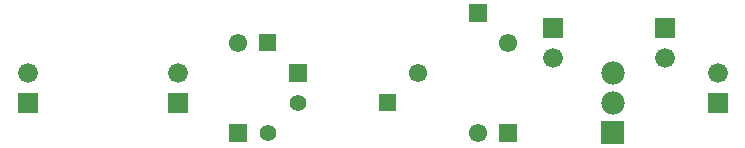
<source format=gbr>
G04 start of page 6 for group -4063 idx -4063 *
G04 Title: (unknown), componentmask *
G04 Creator: pcb 20110918 *
G04 CreationDate: Mon 17 Jun 2013 02:05:19 PM GMT UTC *
G04 For: commonadmin *
G04 Format: Gerber/RS-274X *
G04 PCB-Dimensions: 600000 500000 *
G04 PCB-Coordinate-Origin: lower left *
%MOIN*%
%FSLAX25Y25*%
%LNTOPMASK*%
%ADD40C,0.0560*%
%ADD39C,0.0660*%
%ADD38C,0.0780*%
%ADD37C,0.0610*%
%ADD36C,0.0001*%
G54D36*G36*
X186950Y23050D02*Y16950D01*
X193050D01*
Y23050D01*
X186950D01*
G37*
G54D37*X180000Y20000D03*
X190000Y50000D03*
G54D36*G36*
X176950Y63050D02*Y56950D01*
X183050D01*
Y63050D01*
X176950D01*
G37*
G36*
X221100Y23900D02*Y16100D01*
X228900D01*
Y23900D01*
X221100D01*
G37*
G54D38*X225000Y30000D03*
Y40000D03*
G54D36*G36*
X256700Y33300D02*Y26700D01*
X263300D01*
Y33300D01*
X256700D01*
G37*
G54D39*X260000Y40000D03*
G54D36*G36*
X201700Y58300D02*Y51700D01*
X208300D01*
Y58300D01*
X201700D01*
G37*
G54D39*X205000Y45000D03*
G54D36*G36*
X239200Y58300D02*Y51700D01*
X245800D01*
Y58300D01*
X239200D01*
G37*
G54D39*X242500Y45000D03*
G54D36*G36*
X76700Y33300D02*Y26700D01*
X83300D01*
Y33300D01*
X76700D01*
G37*
G54D39*X80000Y40000D03*
G54D37*X100000Y50000D03*
G54D36*G36*
X26700Y33300D02*Y26700D01*
X33300D01*
Y33300D01*
X26700D01*
G37*
G54D39*X30000Y40000D03*
G54D37*X160000D03*
G54D36*G36*
X147200Y32800D02*Y27200D01*
X152800D01*
Y32800D01*
X147200D01*
G37*
G36*
X96950Y23050D02*Y16950D01*
X103050D01*
Y23050D01*
X96950D01*
G37*
G36*
X116950Y43050D02*Y36950D01*
X123050D01*
Y43050D01*
X116950D01*
G37*
G36*
X107200Y52800D02*Y47200D01*
X112800D01*
Y52800D01*
X107200D01*
G37*
G54D40*X110000Y20000D03*
X120000Y30000D03*
M02*

</source>
